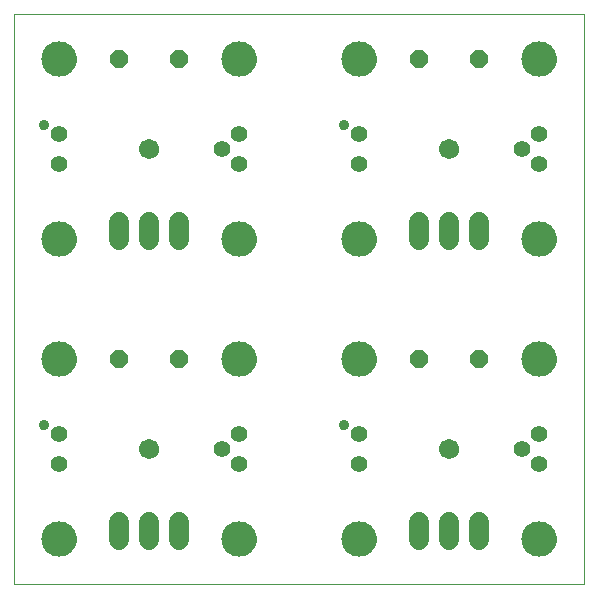
<source format=gbs>
G75*
G70*
%OFA0B0*%
%FSLAX24Y24*%
%IPPOS*%
%LPD*%
%AMOC8*
5,1,8,0,0,1.08239X$1,22.5*
%
%ADD10C,0.0000*%
%ADD11C,0.0556*%
%ADD12C,0.0671*%
%ADD13C,0.0356*%
%ADD14C,0.1182*%
%ADD15OC8,0.0600*%
%ADD16C,0.0674*%
D10*
X000151Y000151D02*
X000151Y019151D01*
X019151Y019151D01*
X019151Y000151D01*
X000151Y000151D01*
X001100Y001651D02*
X001102Y001698D01*
X001108Y001744D01*
X001118Y001790D01*
X001131Y001835D01*
X001149Y001878D01*
X001170Y001920D01*
X001194Y001960D01*
X001222Y001997D01*
X001253Y002032D01*
X001287Y002065D01*
X001323Y002094D01*
X001362Y002120D01*
X001403Y002143D01*
X001446Y002162D01*
X001490Y002178D01*
X001535Y002190D01*
X001581Y002198D01*
X001628Y002202D01*
X001674Y002202D01*
X001721Y002198D01*
X001767Y002190D01*
X001812Y002178D01*
X001856Y002162D01*
X001899Y002143D01*
X001940Y002120D01*
X001979Y002094D01*
X002015Y002065D01*
X002049Y002032D01*
X002080Y001997D01*
X002108Y001960D01*
X002132Y001920D01*
X002153Y001878D01*
X002171Y001835D01*
X002184Y001790D01*
X002194Y001744D01*
X002200Y001698D01*
X002202Y001651D01*
X002200Y001604D01*
X002194Y001558D01*
X002184Y001512D01*
X002171Y001467D01*
X002153Y001424D01*
X002132Y001382D01*
X002108Y001342D01*
X002080Y001305D01*
X002049Y001270D01*
X002015Y001237D01*
X001979Y001208D01*
X001940Y001182D01*
X001899Y001159D01*
X001856Y001140D01*
X001812Y001124D01*
X001767Y001112D01*
X001721Y001104D01*
X001674Y001100D01*
X001628Y001100D01*
X001581Y001104D01*
X001535Y001112D01*
X001490Y001124D01*
X001446Y001140D01*
X001403Y001159D01*
X001362Y001182D01*
X001323Y001208D01*
X001287Y001237D01*
X001253Y001270D01*
X001222Y001305D01*
X001194Y001342D01*
X001170Y001382D01*
X001149Y001424D01*
X001131Y001467D01*
X001118Y001512D01*
X001108Y001558D01*
X001102Y001604D01*
X001100Y001651D01*
X004356Y004651D02*
X004358Y004685D01*
X004364Y004719D01*
X004374Y004752D01*
X004387Y004783D01*
X004405Y004813D01*
X004425Y004841D01*
X004449Y004866D01*
X004475Y004888D01*
X004503Y004906D01*
X004534Y004922D01*
X004566Y004934D01*
X004600Y004942D01*
X004634Y004946D01*
X004668Y004946D01*
X004702Y004942D01*
X004736Y004934D01*
X004768Y004922D01*
X004798Y004906D01*
X004827Y004888D01*
X004853Y004866D01*
X004877Y004841D01*
X004897Y004813D01*
X004915Y004783D01*
X004928Y004752D01*
X004938Y004719D01*
X004944Y004685D01*
X004946Y004651D01*
X004944Y004617D01*
X004938Y004583D01*
X004928Y004550D01*
X004915Y004519D01*
X004897Y004489D01*
X004877Y004461D01*
X004853Y004436D01*
X004827Y004414D01*
X004799Y004396D01*
X004768Y004380D01*
X004736Y004368D01*
X004702Y004360D01*
X004668Y004356D01*
X004634Y004356D01*
X004600Y004360D01*
X004566Y004368D01*
X004534Y004380D01*
X004503Y004396D01*
X004475Y004414D01*
X004449Y004436D01*
X004425Y004461D01*
X004405Y004489D01*
X004387Y004519D01*
X004374Y004550D01*
X004364Y004583D01*
X004358Y004617D01*
X004356Y004651D01*
X001100Y007651D02*
X001102Y007698D01*
X001108Y007744D01*
X001118Y007790D01*
X001131Y007835D01*
X001149Y007878D01*
X001170Y007920D01*
X001194Y007960D01*
X001222Y007997D01*
X001253Y008032D01*
X001287Y008065D01*
X001323Y008094D01*
X001362Y008120D01*
X001403Y008143D01*
X001446Y008162D01*
X001490Y008178D01*
X001535Y008190D01*
X001581Y008198D01*
X001628Y008202D01*
X001674Y008202D01*
X001721Y008198D01*
X001767Y008190D01*
X001812Y008178D01*
X001856Y008162D01*
X001899Y008143D01*
X001940Y008120D01*
X001979Y008094D01*
X002015Y008065D01*
X002049Y008032D01*
X002080Y007997D01*
X002108Y007960D01*
X002132Y007920D01*
X002153Y007878D01*
X002171Y007835D01*
X002184Y007790D01*
X002194Y007744D01*
X002200Y007698D01*
X002202Y007651D01*
X002200Y007604D01*
X002194Y007558D01*
X002184Y007512D01*
X002171Y007467D01*
X002153Y007424D01*
X002132Y007382D01*
X002108Y007342D01*
X002080Y007305D01*
X002049Y007270D01*
X002015Y007237D01*
X001979Y007208D01*
X001940Y007182D01*
X001899Y007159D01*
X001856Y007140D01*
X001812Y007124D01*
X001767Y007112D01*
X001721Y007104D01*
X001674Y007100D01*
X001628Y007100D01*
X001581Y007104D01*
X001535Y007112D01*
X001490Y007124D01*
X001446Y007140D01*
X001403Y007159D01*
X001362Y007182D01*
X001323Y007208D01*
X001287Y007237D01*
X001253Y007270D01*
X001222Y007305D01*
X001194Y007342D01*
X001170Y007382D01*
X001149Y007424D01*
X001131Y007467D01*
X001118Y007512D01*
X001108Y007558D01*
X001102Y007604D01*
X001100Y007651D01*
X000990Y005439D02*
X000992Y005462D01*
X000998Y005485D01*
X001008Y005506D01*
X001021Y005526D01*
X001037Y005543D01*
X001056Y005557D01*
X001077Y005567D01*
X001099Y005574D01*
X001122Y005577D01*
X001146Y005576D01*
X001168Y005571D01*
X001190Y005562D01*
X001210Y005550D01*
X001228Y005534D01*
X001242Y005516D01*
X001254Y005496D01*
X001262Y005474D01*
X001266Y005451D01*
X001266Y005427D01*
X001262Y005404D01*
X001254Y005382D01*
X001242Y005362D01*
X001228Y005344D01*
X001210Y005328D01*
X001190Y005316D01*
X001168Y005307D01*
X001146Y005302D01*
X001122Y005301D01*
X001099Y005304D01*
X001077Y005311D01*
X001056Y005321D01*
X001037Y005335D01*
X001021Y005352D01*
X001008Y005372D01*
X000998Y005393D01*
X000992Y005416D01*
X000990Y005439D01*
X001100Y011651D02*
X001102Y011698D01*
X001108Y011744D01*
X001118Y011790D01*
X001131Y011835D01*
X001149Y011878D01*
X001170Y011920D01*
X001194Y011960D01*
X001222Y011997D01*
X001253Y012032D01*
X001287Y012065D01*
X001323Y012094D01*
X001362Y012120D01*
X001403Y012143D01*
X001446Y012162D01*
X001490Y012178D01*
X001535Y012190D01*
X001581Y012198D01*
X001628Y012202D01*
X001674Y012202D01*
X001721Y012198D01*
X001767Y012190D01*
X001812Y012178D01*
X001856Y012162D01*
X001899Y012143D01*
X001940Y012120D01*
X001979Y012094D01*
X002015Y012065D01*
X002049Y012032D01*
X002080Y011997D01*
X002108Y011960D01*
X002132Y011920D01*
X002153Y011878D01*
X002171Y011835D01*
X002184Y011790D01*
X002194Y011744D01*
X002200Y011698D01*
X002202Y011651D01*
X002200Y011604D01*
X002194Y011558D01*
X002184Y011512D01*
X002171Y011467D01*
X002153Y011424D01*
X002132Y011382D01*
X002108Y011342D01*
X002080Y011305D01*
X002049Y011270D01*
X002015Y011237D01*
X001979Y011208D01*
X001940Y011182D01*
X001899Y011159D01*
X001856Y011140D01*
X001812Y011124D01*
X001767Y011112D01*
X001721Y011104D01*
X001674Y011100D01*
X001628Y011100D01*
X001581Y011104D01*
X001535Y011112D01*
X001490Y011124D01*
X001446Y011140D01*
X001403Y011159D01*
X001362Y011182D01*
X001323Y011208D01*
X001287Y011237D01*
X001253Y011270D01*
X001222Y011305D01*
X001194Y011342D01*
X001170Y011382D01*
X001149Y011424D01*
X001131Y011467D01*
X001118Y011512D01*
X001108Y011558D01*
X001102Y011604D01*
X001100Y011651D01*
X000990Y015439D02*
X000992Y015462D01*
X000998Y015485D01*
X001008Y015506D01*
X001021Y015526D01*
X001037Y015543D01*
X001056Y015557D01*
X001077Y015567D01*
X001099Y015574D01*
X001122Y015577D01*
X001146Y015576D01*
X001168Y015571D01*
X001190Y015562D01*
X001210Y015550D01*
X001228Y015534D01*
X001242Y015516D01*
X001254Y015496D01*
X001262Y015474D01*
X001266Y015451D01*
X001266Y015427D01*
X001262Y015404D01*
X001254Y015382D01*
X001242Y015362D01*
X001228Y015344D01*
X001210Y015328D01*
X001190Y015316D01*
X001168Y015307D01*
X001146Y015302D01*
X001122Y015301D01*
X001099Y015304D01*
X001077Y015311D01*
X001056Y015321D01*
X001037Y015335D01*
X001021Y015352D01*
X001008Y015372D01*
X000998Y015393D01*
X000992Y015416D01*
X000990Y015439D01*
X001100Y017651D02*
X001102Y017698D01*
X001108Y017744D01*
X001118Y017790D01*
X001131Y017835D01*
X001149Y017878D01*
X001170Y017920D01*
X001194Y017960D01*
X001222Y017997D01*
X001253Y018032D01*
X001287Y018065D01*
X001323Y018094D01*
X001362Y018120D01*
X001403Y018143D01*
X001446Y018162D01*
X001490Y018178D01*
X001535Y018190D01*
X001581Y018198D01*
X001628Y018202D01*
X001674Y018202D01*
X001721Y018198D01*
X001767Y018190D01*
X001812Y018178D01*
X001856Y018162D01*
X001899Y018143D01*
X001940Y018120D01*
X001979Y018094D01*
X002015Y018065D01*
X002049Y018032D01*
X002080Y017997D01*
X002108Y017960D01*
X002132Y017920D01*
X002153Y017878D01*
X002171Y017835D01*
X002184Y017790D01*
X002194Y017744D01*
X002200Y017698D01*
X002202Y017651D01*
X002200Y017604D01*
X002194Y017558D01*
X002184Y017512D01*
X002171Y017467D01*
X002153Y017424D01*
X002132Y017382D01*
X002108Y017342D01*
X002080Y017305D01*
X002049Y017270D01*
X002015Y017237D01*
X001979Y017208D01*
X001940Y017182D01*
X001899Y017159D01*
X001856Y017140D01*
X001812Y017124D01*
X001767Y017112D01*
X001721Y017104D01*
X001674Y017100D01*
X001628Y017100D01*
X001581Y017104D01*
X001535Y017112D01*
X001490Y017124D01*
X001446Y017140D01*
X001403Y017159D01*
X001362Y017182D01*
X001323Y017208D01*
X001287Y017237D01*
X001253Y017270D01*
X001222Y017305D01*
X001194Y017342D01*
X001170Y017382D01*
X001149Y017424D01*
X001131Y017467D01*
X001118Y017512D01*
X001108Y017558D01*
X001102Y017604D01*
X001100Y017651D01*
X004356Y014651D02*
X004358Y014685D01*
X004364Y014719D01*
X004374Y014752D01*
X004387Y014783D01*
X004405Y014813D01*
X004425Y014841D01*
X004449Y014866D01*
X004475Y014888D01*
X004503Y014906D01*
X004534Y014922D01*
X004566Y014934D01*
X004600Y014942D01*
X004634Y014946D01*
X004668Y014946D01*
X004702Y014942D01*
X004736Y014934D01*
X004768Y014922D01*
X004798Y014906D01*
X004827Y014888D01*
X004853Y014866D01*
X004877Y014841D01*
X004897Y014813D01*
X004915Y014783D01*
X004928Y014752D01*
X004938Y014719D01*
X004944Y014685D01*
X004946Y014651D01*
X004944Y014617D01*
X004938Y014583D01*
X004928Y014550D01*
X004915Y014519D01*
X004897Y014489D01*
X004877Y014461D01*
X004853Y014436D01*
X004827Y014414D01*
X004799Y014396D01*
X004768Y014380D01*
X004736Y014368D01*
X004702Y014360D01*
X004668Y014356D01*
X004634Y014356D01*
X004600Y014360D01*
X004566Y014368D01*
X004534Y014380D01*
X004503Y014396D01*
X004475Y014414D01*
X004449Y014436D01*
X004425Y014461D01*
X004405Y014489D01*
X004387Y014519D01*
X004374Y014550D01*
X004364Y014583D01*
X004358Y014617D01*
X004356Y014651D01*
X007100Y011651D02*
X007102Y011698D01*
X007108Y011744D01*
X007118Y011790D01*
X007131Y011835D01*
X007149Y011878D01*
X007170Y011920D01*
X007194Y011960D01*
X007222Y011997D01*
X007253Y012032D01*
X007287Y012065D01*
X007323Y012094D01*
X007362Y012120D01*
X007403Y012143D01*
X007446Y012162D01*
X007490Y012178D01*
X007535Y012190D01*
X007581Y012198D01*
X007628Y012202D01*
X007674Y012202D01*
X007721Y012198D01*
X007767Y012190D01*
X007812Y012178D01*
X007856Y012162D01*
X007899Y012143D01*
X007940Y012120D01*
X007979Y012094D01*
X008015Y012065D01*
X008049Y012032D01*
X008080Y011997D01*
X008108Y011960D01*
X008132Y011920D01*
X008153Y011878D01*
X008171Y011835D01*
X008184Y011790D01*
X008194Y011744D01*
X008200Y011698D01*
X008202Y011651D01*
X008200Y011604D01*
X008194Y011558D01*
X008184Y011512D01*
X008171Y011467D01*
X008153Y011424D01*
X008132Y011382D01*
X008108Y011342D01*
X008080Y011305D01*
X008049Y011270D01*
X008015Y011237D01*
X007979Y011208D01*
X007940Y011182D01*
X007899Y011159D01*
X007856Y011140D01*
X007812Y011124D01*
X007767Y011112D01*
X007721Y011104D01*
X007674Y011100D01*
X007628Y011100D01*
X007581Y011104D01*
X007535Y011112D01*
X007490Y011124D01*
X007446Y011140D01*
X007403Y011159D01*
X007362Y011182D01*
X007323Y011208D01*
X007287Y011237D01*
X007253Y011270D01*
X007222Y011305D01*
X007194Y011342D01*
X007170Y011382D01*
X007149Y011424D01*
X007131Y011467D01*
X007118Y011512D01*
X007108Y011558D01*
X007102Y011604D01*
X007100Y011651D01*
X007100Y007651D02*
X007102Y007698D01*
X007108Y007744D01*
X007118Y007790D01*
X007131Y007835D01*
X007149Y007878D01*
X007170Y007920D01*
X007194Y007960D01*
X007222Y007997D01*
X007253Y008032D01*
X007287Y008065D01*
X007323Y008094D01*
X007362Y008120D01*
X007403Y008143D01*
X007446Y008162D01*
X007490Y008178D01*
X007535Y008190D01*
X007581Y008198D01*
X007628Y008202D01*
X007674Y008202D01*
X007721Y008198D01*
X007767Y008190D01*
X007812Y008178D01*
X007856Y008162D01*
X007899Y008143D01*
X007940Y008120D01*
X007979Y008094D01*
X008015Y008065D01*
X008049Y008032D01*
X008080Y007997D01*
X008108Y007960D01*
X008132Y007920D01*
X008153Y007878D01*
X008171Y007835D01*
X008184Y007790D01*
X008194Y007744D01*
X008200Y007698D01*
X008202Y007651D01*
X008200Y007604D01*
X008194Y007558D01*
X008184Y007512D01*
X008171Y007467D01*
X008153Y007424D01*
X008132Y007382D01*
X008108Y007342D01*
X008080Y007305D01*
X008049Y007270D01*
X008015Y007237D01*
X007979Y007208D01*
X007940Y007182D01*
X007899Y007159D01*
X007856Y007140D01*
X007812Y007124D01*
X007767Y007112D01*
X007721Y007104D01*
X007674Y007100D01*
X007628Y007100D01*
X007581Y007104D01*
X007535Y007112D01*
X007490Y007124D01*
X007446Y007140D01*
X007403Y007159D01*
X007362Y007182D01*
X007323Y007208D01*
X007287Y007237D01*
X007253Y007270D01*
X007222Y007305D01*
X007194Y007342D01*
X007170Y007382D01*
X007149Y007424D01*
X007131Y007467D01*
X007118Y007512D01*
X007108Y007558D01*
X007102Y007604D01*
X007100Y007651D01*
X010990Y005439D02*
X010992Y005462D01*
X010998Y005485D01*
X011008Y005506D01*
X011021Y005526D01*
X011037Y005543D01*
X011056Y005557D01*
X011077Y005567D01*
X011099Y005574D01*
X011122Y005577D01*
X011146Y005576D01*
X011168Y005571D01*
X011190Y005562D01*
X011210Y005550D01*
X011228Y005534D01*
X011242Y005516D01*
X011254Y005496D01*
X011262Y005474D01*
X011266Y005451D01*
X011266Y005427D01*
X011262Y005404D01*
X011254Y005382D01*
X011242Y005362D01*
X011228Y005344D01*
X011210Y005328D01*
X011190Y005316D01*
X011168Y005307D01*
X011146Y005302D01*
X011122Y005301D01*
X011099Y005304D01*
X011077Y005311D01*
X011056Y005321D01*
X011037Y005335D01*
X011021Y005352D01*
X011008Y005372D01*
X010998Y005393D01*
X010992Y005416D01*
X010990Y005439D01*
X011100Y007651D02*
X011102Y007698D01*
X011108Y007744D01*
X011118Y007790D01*
X011131Y007835D01*
X011149Y007878D01*
X011170Y007920D01*
X011194Y007960D01*
X011222Y007997D01*
X011253Y008032D01*
X011287Y008065D01*
X011323Y008094D01*
X011362Y008120D01*
X011403Y008143D01*
X011446Y008162D01*
X011490Y008178D01*
X011535Y008190D01*
X011581Y008198D01*
X011628Y008202D01*
X011674Y008202D01*
X011721Y008198D01*
X011767Y008190D01*
X011812Y008178D01*
X011856Y008162D01*
X011899Y008143D01*
X011940Y008120D01*
X011979Y008094D01*
X012015Y008065D01*
X012049Y008032D01*
X012080Y007997D01*
X012108Y007960D01*
X012132Y007920D01*
X012153Y007878D01*
X012171Y007835D01*
X012184Y007790D01*
X012194Y007744D01*
X012200Y007698D01*
X012202Y007651D01*
X012200Y007604D01*
X012194Y007558D01*
X012184Y007512D01*
X012171Y007467D01*
X012153Y007424D01*
X012132Y007382D01*
X012108Y007342D01*
X012080Y007305D01*
X012049Y007270D01*
X012015Y007237D01*
X011979Y007208D01*
X011940Y007182D01*
X011899Y007159D01*
X011856Y007140D01*
X011812Y007124D01*
X011767Y007112D01*
X011721Y007104D01*
X011674Y007100D01*
X011628Y007100D01*
X011581Y007104D01*
X011535Y007112D01*
X011490Y007124D01*
X011446Y007140D01*
X011403Y007159D01*
X011362Y007182D01*
X011323Y007208D01*
X011287Y007237D01*
X011253Y007270D01*
X011222Y007305D01*
X011194Y007342D01*
X011170Y007382D01*
X011149Y007424D01*
X011131Y007467D01*
X011118Y007512D01*
X011108Y007558D01*
X011102Y007604D01*
X011100Y007651D01*
X014356Y004651D02*
X014358Y004685D01*
X014364Y004719D01*
X014374Y004752D01*
X014387Y004783D01*
X014405Y004813D01*
X014425Y004841D01*
X014449Y004866D01*
X014475Y004888D01*
X014503Y004906D01*
X014534Y004922D01*
X014566Y004934D01*
X014600Y004942D01*
X014634Y004946D01*
X014668Y004946D01*
X014702Y004942D01*
X014736Y004934D01*
X014768Y004922D01*
X014798Y004906D01*
X014827Y004888D01*
X014853Y004866D01*
X014877Y004841D01*
X014897Y004813D01*
X014915Y004783D01*
X014928Y004752D01*
X014938Y004719D01*
X014944Y004685D01*
X014946Y004651D01*
X014944Y004617D01*
X014938Y004583D01*
X014928Y004550D01*
X014915Y004519D01*
X014897Y004489D01*
X014877Y004461D01*
X014853Y004436D01*
X014827Y004414D01*
X014799Y004396D01*
X014768Y004380D01*
X014736Y004368D01*
X014702Y004360D01*
X014668Y004356D01*
X014634Y004356D01*
X014600Y004360D01*
X014566Y004368D01*
X014534Y004380D01*
X014503Y004396D01*
X014475Y004414D01*
X014449Y004436D01*
X014425Y004461D01*
X014405Y004489D01*
X014387Y004519D01*
X014374Y004550D01*
X014364Y004583D01*
X014358Y004617D01*
X014356Y004651D01*
X011100Y001651D02*
X011102Y001698D01*
X011108Y001744D01*
X011118Y001790D01*
X011131Y001835D01*
X011149Y001878D01*
X011170Y001920D01*
X011194Y001960D01*
X011222Y001997D01*
X011253Y002032D01*
X011287Y002065D01*
X011323Y002094D01*
X011362Y002120D01*
X011403Y002143D01*
X011446Y002162D01*
X011490Y002178D01*
X011535Y002190D01*
X011581Y002198D01*
X011628Y002202D01*
X011674Y002202D01*
X011721Y002198D01*
X011767Y002190D01*
X011812Y002178D01*
X011856Y002162D01*
X011899Y002143D01*
X011940Y002120D01*
X011979Y002094D01*
X012015Y002065D01*
X012049Y002032D01*
X012080Y001997D01*
X012108Y001960D01*
X012132Y001920D01*
X012153Y001878D01*
X012171Y001835D01*
X012184Y001790D01*
X012194Y001744D01*
X012200Y001698D01*
X012202Y001651D01*
X012200Y001604D01*
X012194Y001558D01*
X012184Y001512D01*
X012171Y001467D01*
X012153Y001424D01*
X012132Y001382D01*
X012108Y001342D01*
X012080Y001305D01*
X012049Y001270D01*
X012015Y001237D01*
X011979Y001208D01*
X011940Y001182D01*
X011899Y001159D01*
X011856Y001140D01*
X011812Y001124D01*
X011767Y001112D01*
X011721Y001104D01*
X011674Y001100D01*
X011628Y001100D01*
X011581Y001104D01*
X011535Y001112D01*
X011490Y001124D01*
X011446Y001140D01*
X011403Y001159D01*
X011362Y001182D01*
X011323Y001208D01*
X011287Y001237D01*
X011253Y001270D01*
X011222Y001305D01*
X011194Y001342D01*
X011170Y001382D01*
X011149Y001424D01*
X011131Y001467D01*
X011118Y001512D01*
X011108Y001558D01*
X011102Y001604D01*
X011100Y001651D01*
X007100Y001651D02*
X007102Y001698D01*
X007108Y001744D01*
X007118Y001790D01*
X007131Y001835D01*
X007149Y001878D01*
X007170Y001920D01*
X007194Y001960D01*
X007222Y001997D01*
X007253Y002032D01*
X007287Y002065D01*
X007323Y002094D01*
X007362Y002120D01*
X007403Y002143D01*
X007446Y002162D01*
X007490Y002178D01*
X007535Y002190D01*
X007581Y002198D01*
X007628Y002202D01*
X007674Y002202D01*
X007721Y002198D01*
X007767Y002190D01*
X007812Y002178D01*
X007856Y002162D01*
X007899Y002143D01*
X007940Y002120D01*
X007979Y002094D01*
X008015Y002065D01*
X008049Y002032D01*
X008080Y001997D01*
X008108Y001960D01*
X008132Y001920D01*
X008153Y001878D01*
X008171Y001835D01*
X008184Y001790D01*
X008194Y001744D01*
X008200Y001698D01*
X008202Y001651D01*
X008200Y001604D01*
X008194Y001558D01*
X008184Y001512D01*
X008171Y001467D01*
X008153Y001424D01*
X008132Y001382D01*
X008108Y001342D01*
X008080Y001305D01*
X008049Y001270D01*
X008015Y001237D01*
X007979Y001208D01*
X007940Y001182D01*
X007899Y001159D01*
X007856Y001140D01*
X007812Y001124D01*
X007767Y001112D01*
X007721Y001104D01*
X007674Y001100D01*
X007628Y001100D01*
X007581Y001104D01*
X007535Y001112D01*
X007490Y001124D01*
X007446Y001140D01*
X007403Y001159D01*
X007362Y001182D01*
X007323Y001208D01*
X007287Y001237D01*
X007253Y001270D01*
X007222Y001305D01*
X007194Y001342D01*
X007170Y001382D01*
X007149Y001424D01*
X007131Y001467D01*
X007118Y001512D01*
X007108Y001558D01*
X007102Y001604D01*
X007100Y001651D01*
X011100Y011651D02*
X011102Y011698D01*
X011108Y011744D01*
X011118Y011790D01*
X011131Y011835D01*
X011149Y011878D01*
X011170Y011920D01*
X011194Y011960D01*
X011222Y011997D01*
X011253Y012032D01*
X011287Y012065D01*
X011323Y012094D01*
X011362Y012120D01*
X011403Y012143D01*
X011446Y012162D01*
X011490Y012178D01*
X011535Y012190D01*
X011581Y012198D01*
X011628Y012202D01*
X011674Y012202D01*
X011721Y012198D01*
X011767Y012190D01*
X011812Y012178D01*
X011856Y012162D01*
X011899Y012143D01*
X011940Y012120D01*
X011979Y012094D01*
X012015Y012065D01*
X012049Y012032D01*
X012080Y011997D01*
X012108Y011960D01*
X012132Y011920D01*
X012153Y011878D01*
X012171Y011835D01*
X012184Y011790D01*
X012194Y011744D01*
X012200Y011698D01*
X012202Y011651D01*
X012200Y011604D01*
X012194Y011558D01*
X012184Y011512D01*
X012171Y011467D01*
X012153Y011424D01*
X012132Y011382D01*
X012108Y011342D01*
X012080Y011305D01*
X012049Y011270D01*
X012015Y011237D01*
X011979Y011208D01*
X011940Y011182D01*
X011899Y011159D01*
X011856Y011140D01*
X011812Y011124D01*
X011767Y011112D01*
X011721Y011104D01*
X011674Y011100D01*
X011628Y011100D01*
X011581Y011104D01*
X011535Y011112D01*
X011490Y011124D01*
X011446Y011140D01*
X011403Y011159D01*
X011362Y011182D01*
X011323Y011208D01*
X011287Y011237D01*
X011253Y011270D01*
X011222Y011305D01*
X011194Y011342D01*
X011170Y011382D01*
X011149Y011424D01*
X011131Y011467D01*
X011118Y011512D01*
X011108Y011558D01*
X011102Y011604D01*
X011100Y011651D01*
X014356Y014651D02*
X014358Y014685D01*
X014364Y014719D01*
X014374Y014752D01*
X014387Y014783D01*
X014405Y014813D01*
X014425Y014841D01*
X014449Y014866D01*
X014475Y014888D01*
X014503Y014906D01*
X014534Y014922D01*
X014566Y014934D01*
X014600Y014942D01*
X014634Y014946D01*
X014668Y014946D01*
X014702Y014942D01*
X014736Y014934D01*
X014768Y014922D01*
X014798Y014906D01*
X014827Y014888D01*
X014853Y014866D01*
X014877Y014841D01*
X014897Y014813D01*
X014915Y014783D01*
X014928Y014752D01*
X014938Y014719D01*
X014944Y014685D01*
X014946Y014651D01*
X014944Y014617D01*
X014938Y014583D01*
X014928Y014550D01*
X014915Y014519D01*
X014897Y014489D01*
X014877Y014461D01*
X014853Y014436D01*
X014827Y014414D01*
X014799Y014396D01*
X014768Y014380D01*
X014736Y014368D01*
X014702Y014360D01*
X014668Y014356D01*
X014634Y014356D01*
X014600Y014360D01*
X014566Y014368D01*
X014534Y014380D01*
X014503Y014396D01*
X014475Y014414D01*
X014449Y014436D01*
X014425Y014461D01*
X014405Y014489D01*
X014387Y014519D01*
X014374Y014550D01*
X014364Y014583D01*
X014358Y014617D01*
X014356Y014651D01*
X011100Y017651D02*
X011102Y017698D01*
X011108Y017744D01*
X011118Y017790D01*
X011131Y017835D01*
X011149Y017878D01*
X011170Y017920D01*
X011194Y017960D01*
X011222Y017997D01*
X011253Y018032D01*
X011287Y018065D01*
X011323Y018094D01*
X011362Y018120D01*
X011403Y018143D01*
X011446Y018162D01*
X011490Y018178D01*
X011535Y018190D01*
X011581Y018198D01*
X011628Y018202D01*
X011674Y018202D01*
X011721Y018198D01*
X011767Y018190D01*
X011812Y018178D01*
X011856Y018162D01*
X011899Y018143D01*
X011940Y018120D01*
X011979Y018094D01*
X012015Y018065D01*
X012049Y018032D01*
X012080Y017997D01*
X012108Y017960D01*
X012132Y017920D01*
X012153Y017878D01*
X012171Y017835D01*
X012184Y017790D01*
X012194Y017744D01*
X012200Y017698D01*
X012202Y017651D01*
X012200Y017604D01*
X012194Y017558D01*
X012184Y017512D01*
X012171Y017467D01*
X012153Y017424D01*
X012132Y017382D01*
X012108Y017342D01*
X012080Y017305D01*
X012049Y017270D01*
X012015Y017237D01*
X011979Y017208D01*
X011940Y017182D01*
X011899Y017159D01*
X011856Y017140D01*
X011812Y017124D01*
X011767Y017112D01*
X011721Y017104D01*
X011674Y017100D01*
X011628Y017100D01*
X011581Y017104D01*
X011535Y017112D01*
X011490Y017124D01*
X011446Y017140D01*
X011403Y017159D01*
X011362Y017182D01*
X011323Y017208D01*
X011287Y017237D01*
X011253Y017270D01*
X011222Y017305D01*
X011194Y017342D01*
X011170Y017382D01*
X011149Y017424D01*
X011131Y017467D01*
X011118Y017512D01*
X011108Y017558D01*
X011102Y017604D01*
X011100Y017651D01*
X010990Y015439D02*
X010992Y015462D01*
X010998Y015485D01*
X011008Y015506D01*
X011021Y015526D01*
X011037Y015543D01*
X011056Y015557D01*
X011077Y015567D01*
X011099Y015574D01*
X011122Y015577D01*
X011146Y015576D01*
X011168Y015571D01*
X011190Y015562D01*
X011210Y015550D01*
X011228Y015534D01*
X011242Y015516D01*
X011254Y015496D01*
X011262Y015474D01*
X011266Y015451D01*
X011266Y015427D01*
X011262Y015404D01*
X011254Y015382D01*
X011242Y015362D01*
X011228Y015344D01*
X011210Y015328D01*
X011190Y015316D01*
X011168Y015307D01*
X011146Y015302D01*
X011122Y015301D01*
X011099Y015304D01*
X011077Y015311D01*
X011056Y015321D01*
X011037Y015335D01*
X011021Y015352D01*
X011008Y015372D01*
X010998Y015393D01*
X010992Y015416D01*
X010990Y015439D01*
X007100Y017651D02*
X007102Y017698D01*
X007108Y017744D01*
X007118Y017790D01*
X007131Y017835D01*
X007149Y017878D01*
X007170Y017920D01*
X007194Y017960D01*
X007222Y017997D01*
X007253Y018032D01*
X007287Y018065D01*
X007323Y018094D01*
X007362Y018120D01*
X007403Y018143D01*
X007446Y018162D01*
X007490Y018178D01*
X007535Y018190D01*
X007581Y018198D01*
X007628Y018202D01*
X007674Y018202D01*
X007721Y018198D01*
X007767Y018190D01*
X007812Y018178D01*
X007856Y018162D01*
X007899Y018143D01*
X007940Y018120D01*
X007979Y018094D01*
X008015Y018065D01*
X008049Y018032D01*
X008080Y017997D01*
X008108Y017960D01*
X008132Y017920D01*
X008153Y017878D01*
X008171Y017835D01*
X008184Y017790D01*
X008194Y017744D01*
X008200Y017698D01*
X008202Y017651D01*
X008200Y017604D01*
X008194Y017558D01*
X008184Y017512D01*
X008171Y017467D01*
X008153Y017424D01*
X008132Y017382D01*
X008108Y017342D01*
X008080Y017305D01*
X008049Y017270D01*
X008015Y017237D01*
X007979Y017208D01*
X007940Y017182D01*
X007899Y017159D01*
X007856Y017140D01*
X007812Y017124D01*
X007767Y017112D01*
X007721Y017104D01*
X007674Y017100D01*
X007628Y017100D01*
X007581Y017104D01*
X007535Y017112D01*
X007490Y017124D01*
X007446Y017140D01*
X007403Y017159D01*
X007362Y017182D01*
X007323Y017208D01*
X007287Y017237D01*
X007253Y017270D01*
X007222Y017305D01*
X007194Y017342D01*
X007170Y017382D01*
X007149Y017424D01*
X007131Y017467D01*
X007118Y017512D01*
X007108Y017558D01*
X007102Y017604D01*
X007100Y017651D01*
X017100Y017651D02*
X017102Y017698D01*
X017108Y017744D01*
X017118Y017790D01*
X017131Y017835D01*
X017149Y017878D01*
X017170Y017920D01*
X017194Y017960D01*
X017222Y017997D01*
X017253Y018032D01*
X017287Y018065D01*
X017323Y018094D01*
X017362Y018120D01*
X017403Y018143D01*
X017446Y018162D01*
X017490Y018178D01*
X017535Y018190D01*
X017581Y018198D01*
X017628Y018202D01*
X017674Y018202D01*
X017721Y018198D01*
X017767Y018190D01*
X017812Y018178D01*
X017856Y018162D01*
X017899Y018143D01*
X017940Y018120D01*
X017979Y018094D01*
X018015Y018065D01*
X018049Y018032D01*
X018080Y017997D01*
X018108Y017960D01*
X018132Y017920D01*
X018153Y017878D01*
X018171Y017835D01*
X018184Y017790D01*
X018194Y017744D01*
X018200Y017698D01*
X018202Y017651D01*
X018200Y017604D01*
X018194Y017558D01*
X018184Y017512D01*
X018171Y017467D01*
X018153Y017424D01*
X018132Y017382D01*
X018108Y017342D01*
X018080Y017305D01*
X018049Y017270D01*
X018015Y017237D01*
X017979Y017208D01*
X017940Y017182D01*
X017899Y017159D01*
X017856Y017140D01*
X017812Y017124D01*
X017767Y017112D01*
X017721Y017104D01*
X017674Y017100D01*
X017628Y017100D01*
X017581Y017104D01*
X017535Y017112D01*
X017490Y017124D01*
X017446Y017140D01*
X017403Y017159D01*
X017362Y017182D01*
X017323Y017208D01*
X017287Y017237D01*
X017253Y017270D01*
X017222Y017305D01*
X017194Y017342D01*
X017170Y017382D01*
X017149Y017424D01*
X017131Y017467D01*
X017118Y017512D01*
X017108Y017558D01*
X017102Y017604D01*
X017100Y017651D01*
X017100Y011651D02*
X017102Y011698D01*
X017108Y011744D01*
X017118Y011790D01*
X017131Y011835D01*
X017149Y011878D01*
X017170Y011920D01*
X017194Y011960D01*
X017222Y011997D01*
X017253Y012032D01*
X017287Y012065D01*
X017323Y012094D01*
X017362Y012120D01*
X017403Y012143D01*
X017446Y012162D01*
X017490Y012178D01*
X017535Y012190D01*
X017581Y012198D01*
X017628Y012202D01*
X017674Y012202D01*
X017721Y012198D01*
X017767Y012190D01*
X017812Y012178D01*
X017856Y012162D01*
X017899Y012143D01*
X017940Y012120D01*
X017979Y012094D01*
X018015Y012065D01*
X018049Y012032D01*
X018080Y011997D01*
X018108Y011960D01*
X018132Y011920D01*
X018153Y011878D01*
X018171Y011835D01*
X018184Y011790D01*
X018194Y011744D01*
X018200Y011698D01*
X018202Y011651D01*
X018200Y011604D01*
X018194Y011558D01*
X018184Y011512D01*
X018171Y011467D01*
X018153Y011424D01*
X018132Y011382D01*
X018108Y011342D01*
X018080Y011305D01*
X018049Y011270D01*
X018015Y011237D01*
X017979Y011208D01*
X017940Y011182D01*
X017899Y011159D01*
X017856Y011140D01*
X017812Y011124D01*
X017767Y011112D01*
X017721Y011104D01*
X017674Y011100D01*
X017628Y011100D01*
X017581Y011104D01*
X017535Y011112D01*
X017490Y011124D01*
X017446Y011140D01*
X017403Y011159D01*
X017362Y011182D01*
X017323Y011208D01*
X017287Y011237D01*
X017253Y011270D01*
X017222Y011305D01*
X017194Y011342D01*
X017170Y011382D01*
X017149Y011424D01*
X017131Y011467D01*
X017118Y011512D01*
X017108Y011558D01*
X017102Y011604D01*
X017100Y011651D01*
X017100Y007651D02*
X017102Y007698D01*
X017108Y007744D01*
X017118Y007790D01*
X017131Y007835D01*
X017149Y007878D01*
X017170Y007920D01*
X017194Y007960D01*
X017222Y007997D01*
X017253Y008032D01*
X017287Y008065D01*
X017323Y008094D01*
X017362Y008120D01*
X017403Y008143D01*
X017446Y008162D01*
X017490Y008178D01*
X017535Y008190D01*
X017581Y008198D01*
X017628Y008202D01*
X017674Y008202D01*
X017721Y008198D01*
X017767Y008190D01*
X017812Y008178D01*
X017856Y008162D01*
X017899Y008143D01*
X017940Y008120D01*
X017979Y008094D01*
X018015Y008065D01*
X018049Y008032D01*
X018080Y007997D01*
X018108Y007960D01*
X018132Y007920D01*
X018153Y007878D01*
X018171Y007835D01*
X018184Y007790D01*
X018194Y007744D01*
X018200Y007698D01*
X018202Y007651D01*
X018200Y007604D01*
X018194Y007558D01*
X018184Y007512D01*
X018171Y007467D01*
X018153Y007424D01*
X018132Y007382D01*
X018108Y007342D01*
X018080Y007305D01*
X018049Y007270D01*
X018015Y007237D01*
X017979Y007208D01*
X017940Y007182D01*
X017899Y007159D01*
X017856Y007140D01*
X017812Y007124D01*
X017767Y007112D01*
X017721Y007104D01*
X017674Y007100D01*
X017628Y007100D01*
X017581Y007104D01*
X017535Y007112D01*
X017490Y007124D01*
X017446Y007140D01*
X017403Y007159D01*
X017362Y007182D01*
X017323Y007208D01*
X017287Y007237D01*
X017253Y007270D01*
X017222Y007305D01*
X017194Y007342D01*
X017170Y007382D01*
X017149Y007424D01*
X017131Y007467D01*
X017118Y007512D01*
X017108Y007558D01*
X017102Y007604D01*
X017100Y007651D01*
X017100Y001651D02*
X017102Y001698D01*
X017108Y001744D01*
X017118Y001790D01*
X017131Y001835D01*
X017149Y001878D01*
X017170Y001920D01*
X017194Y001960D01*
X017222Y001997D01*
X017253Y002032D01*
X017287Y002065D01*
X017323Y002094D01*
X017362Y002120D01*
X017403Y002143D01*
X017446Y002162D01*
X017490Y002178D01*
X017535Y002190D01*
X017581Y002198D01*
X017628Y002202D01*
X017674Y002202D01*
X017721Y002198D01*
X017767Y002190D01*
X017812Y002178D01*
X017856Y002162D01*
X017899Y002143D01*
X017940Y002120D01*
X017979Y002094D01*
X018015Y002065D01*
X018049Y002032D01*
X018080Y001997D01*
X018108Y001960D01*
X018132Y001920D01*
X018153Y001878D01*
X018171Y001835D01*
X018184Y001790D01*
X018194Y001744D01*
X018200Y001698D01*
X018202Y001651D01*
X018200Y001604D01*
X018194Y001558D01*
X018184Y001512D01*
X018171Y001467D01*
X018153Y001424D01*
X018132Y001382D01*
X018108Y001342D01*
X018080Y001305D01*
X018049Y001270D01*
X018015Y001237D01*
X017979Y001208D01*
X017940Y001182D01*
X017899Y001159D01*
X017856Y001140D01*
X017812Y001124D01*
X017767Y001112D01*
X017721Y001104D01*
X017674Y001100D01*
X017628Y001100D01*
X017581Y001104D01*
X017535Y001112D01*
X017490Y001124D01*
X017446Y001140D01*
X017403Y001159D01*
X017362Y001182D01*
X017323Y001208D01*
X017287Y001237D01*
X017253Y001270D01*
X017222Y001305D01*
X017194Y001342D01*
X017170Y001382D01*
X017149Y001424D01*
X017131Y001467D01*
X017118Y001512D01*
X017108Y001558D01*
X017102Y001604D01*
X017100Y001651D01*
D11*
X017643Y004139D03*
X017072Y004651D03*
X017651Y005151D03*
X011659Y005139D03*
X011651Y004151D03*
X007643Y004139D03*
X007072Y004651D03*
X007651Y005151D03*
X001659Y005139D03*
X001651Y004151D03*
X001651Y014151D03*
X001659Y015139D03*
X007072Y014651D03*
X007651Y015151D03*
X007643Y014139D03*
X011651Y014151D03*
X011659Y015139D03*
X017072Y014651D03*
X017651Y015151D03*
X017643Y014139D03*
D12*
X014651Y014651D03*
X014651Y004651D03*
X004651Y004651D03*
X004651Y014651D03*
D13*
X001128Y015439D03*
X001128Y005439D03*
X011128Y005439D03*
X011128Y015439D03*
D14*
X011651Y017651D03*
X007651Y017651D03*
X007651Y011651D03*
X007651Y007651D03*
X011651Y007651D03*
X011651Y011651D03*
X017651Y011651D03*
X017651Y007651D03*
X017651Y001651D03*
X011651Y001651D03*
X007651Y001651D03*
X001651Y001651D03*
X001651Y007651D03*
X001651Y011651D03*
X001651Y017651D03*
X017651Y017651D03*
D15*
X015651Y017651D03*
X013651Y017651D03*
X005651Y017651D03*
X003651Y017651D03*
X003651Y007651D03*
X005651Y007651D03*
X013651Y007651D03*
X015651Y007651D03*
D16*
X015651Y011604D02*
X015651Y012198D01*
X014651Y012198D02*
X014651Y011604D01*
X013651Y011604D02*
X013651Y012198D01*
X005651Y012198D02*
X005651Y011604D01*
X004651Y011604D02*
X004651Y012198D01*
X003651Y012198D02*
X003651Y011604D01*
X003651Y002198D02*
X003651Y001604D01*
X004651Y001604D02*
X004651Y002198D01*
X005651Y002198D02*
X005651Y001604D01*
X013651Y001604D02*
X013651Y002198D01*
X014651Y002198D02*
X014651Y001604D01*
X015651Y001604D02*
X015651Y002198D01*
M02*

</source>
